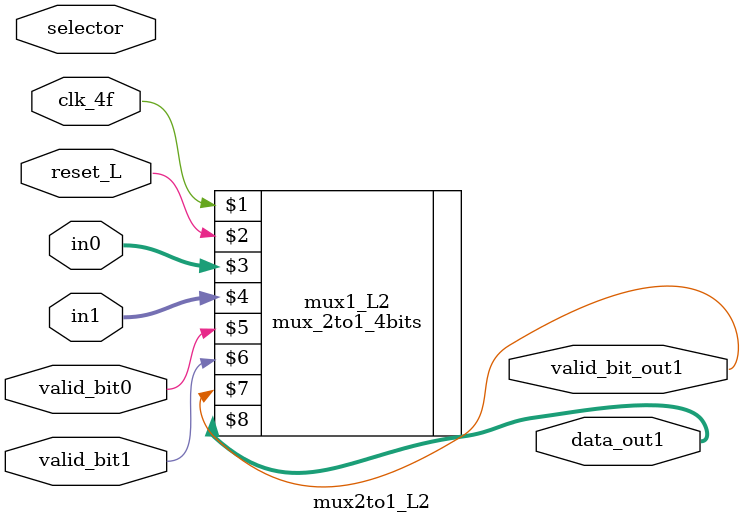
<source format=v>
`include "Mux2a1_ochobits.v"
module mux2to1_L2 (
	input clk_4f,
	input selector,
	input reset_L,
	input [7:0] in0,
	input [7:0] in1,
	input valid_bit0,
	input valid_bit1,
	output wire valid_bit_out1,
	output wire [7:0] data_out1
	);
	/*wire valid_bit_mux1;
	wire valid_bit_mux2;
	wire [7:0] outMux1;
	wire [7:0] outMux2;*/
	//Logica para L1: MUX DE 2 A 1
  	mux_2to1_4bits  mux1_L2(clk_4f,reset_L,in0[7:0],in1[7:0],valid_bit0,valid_bit1,valid_bit_out1,data_out1[7:0]);
endmodule

</source>
